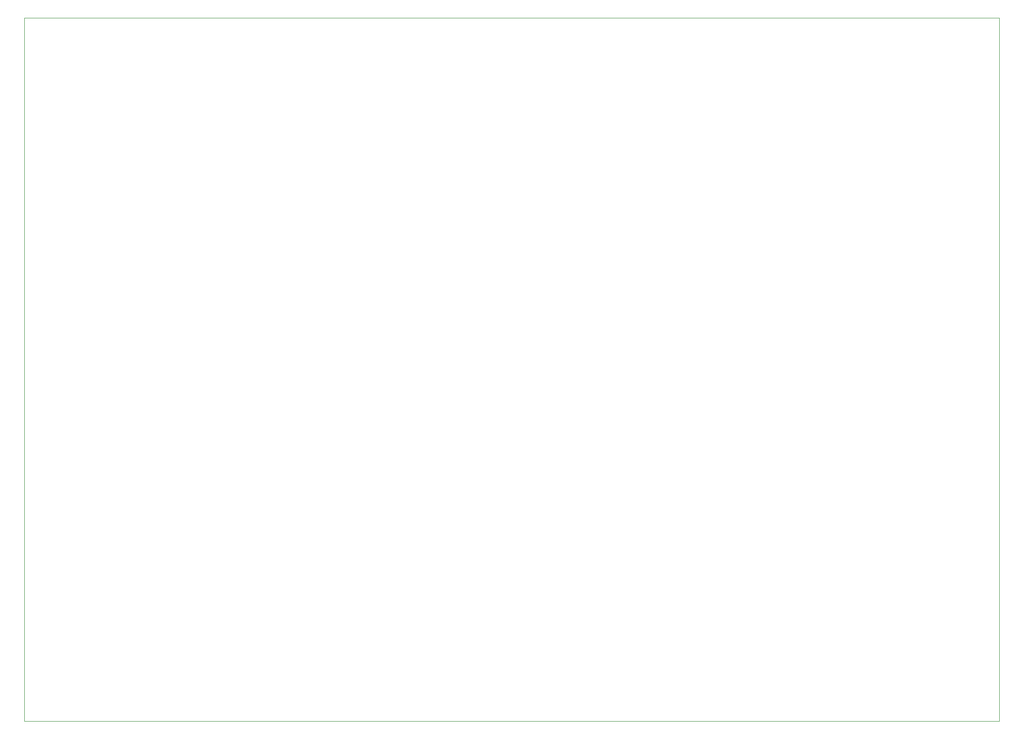
<source format=gm1>
G04 #@! TF.GenerationSoftware,KiCad,Pcbnew,(5.1.6)-1*
G04 #@! TF.CreationDate,2021-05-08T07:02:19+07:00*
G04 #@! TF.ProjectId,digitalSystemBoard,64696769-7461-46c5-9379-7374656d426f,rev?*
G04 #@! TF.SameCoordinates,Original*
G04 #@! TF.FileFunction,Profile,NP*
%FSLAX46Y46*%
G04 Gerber Fmt 4.6, Leading zero omitted, Abs format (unit mm)*
G04 Created by KiCad (PCBNEW (5.1.6)-1) date 2021-05-08 07:02:19*
%MOMM*%
%LPD*%
G01*
G04 APERTURE LIST*
G04 #@! TA.AperFunction,Profile*
%ADD10C,0.050000*%
G04 #@! TD*
G04 APERTURE END LIST*
D10*
X230000000Y-160000000D02*
X50000000Y-160000000D01*
X230000000Y-30000000D02*
X230000000Y-160000000D01*
X50000000Y-30000000D02*
X230000000Y-30000000D01*
X50000000Y-160000000D02*
X50000000Y-30000000D01*
M02*

</source>
